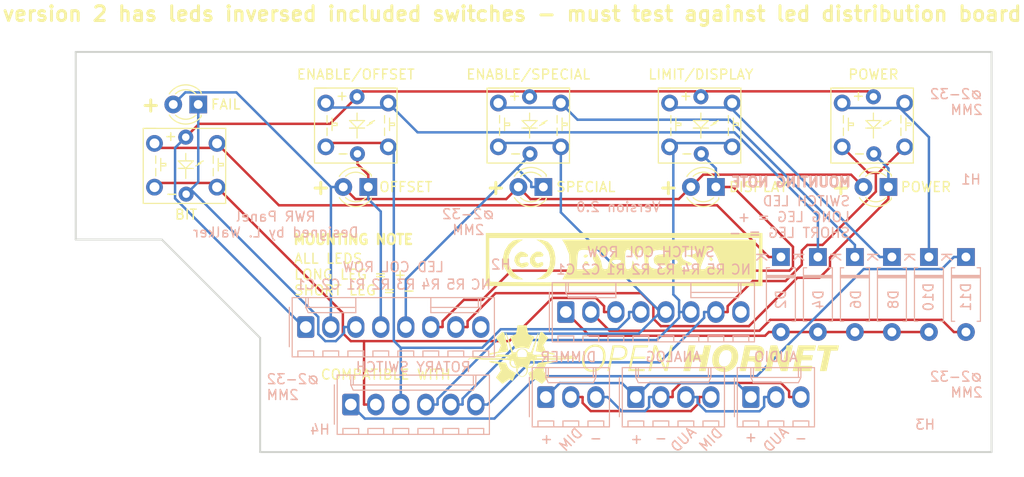
<source format=kicad_pcb>
(kicad_pcb (version 20171130) (host pcbnew "(5.1.5-0-10_14)")
  (title_block (title "ABSIS NANO GENERAL I/O") (date 2017-12-26) (rev -) (company "F/A-18C SIMPIT") (comment 1 "JOHN STEENSEN"))
  (layers (0 F.Cu signal) (31 B.Cu signal) (34 B.Paste user) (35 F.Paste user) (36 B.SilkS user) (37 F.SilkS user) (38 B.Mask user) (39 F.Mask user) (44 Edge.Cuts user))
  (net 0 "")
  (net 1 "Net-(D4-Pad1)")
  (net 2 /Col1)
  (net 3 /Col2)
  (net 4 /Row5)
  (net 5 /Row4)
  (net 6 /Row3)
  (net 7 /Row2)
  (net 8 /Row1)
  (net 9 /AnalogGND)
  (net 10 /AnalogAudio)
  (net 11 /Analog5V)
  (net 12 /AnalogDimmer)
  (net 13 /ledcol2)
  (net 14 /ledrow1)
  (net 15 /ledrow2)
  (net 16 /ledrow3)
  (net 17 "Net-(D6-Pad1)")
  (net 18 /ledrow4)
  (net 19 "Net-(D8-Pad1)")
  (net 20 /ledrow5)
  (net 21 "Net-(D10-Pad1)")
  (net 22 "Net-(D11-Pad1)")
  (net 23 "Net-(J1-Pad8)")
  (net 24 /ledcol1)
  (net 25 "Net-(J6-Pad8)")
  (net 26 "Net-(BIT1-Pad1)")
  (module OH_General:CC-BY-NC-SA-Small (layer F.Cu) (at 156.49575 102.77475)
    (fp_text reference G*** hide)
    (fp_text value LOGO hide)
  )
  (module OH_General:OH_LOGO_37.7mm_5.9mm (layer F.Cu) (at 159.54375 112.42675)
    (fp_text reference G*** hide)
    (fp_text value LOGO hide)
  )
  (module Connector_Molex:Molex_KK-254_AE-6410-08A_1x08_P2.54mm_Vertical (layer B.Cu) (at 150.654 108.109)
    (fp_text reference J6 hide)
    (fp_text value "SWITCH COL ROW" (at 8.63575 -6.09625) (layer B.SilkS) (effects (justify mirror)))
    (pad 8 thru_hole oval (at 17.78 0) (size 1.74 2.19) (drill 1.19) (layers *.Cu *.Mask) (net 25 "Net-(J6-Pad8)"))
    (pad 7 thru_hole oval (at 15.24 0) (size 1.74 2.19) (drill 1.19) (layers *.Cu *.Mask) (net 4 /Row5))
    (pad 6 thru_hole oval (at 12.7 0) (size 1.74 2.19) (drill 1.19) (layers *.Cu *.Mask) (net 5 /Row4))
    (pad 5 thru_hole oval (at 10.16 0) (size 1.74 2.19) (drill 1.19) (layers *.Cu *.Mask) (net 6 /Row3))
    (pad 4 thru_hole oval (at 7.62 0) (size 1.74 2.19) (drill 1.19) (layers *.Cu *.Mask) (net 7 /Row2))
    (pad 3 thru_hole oval (at 5.08 0) (size 1.74 2.19) (drill 1.19) (layers *.Cu *.Mask) (net 8 /Row1))
    (pad 2 thru_hole oval (at 2.54 0) (size 1.74 2.19) (drill 1.19) (layers *.Cu *.Mask) (net 3 /Col2))
    (pad 1 thru_hole roundrect (at 0 0) (size 1.74 2.19) (drill 1.19) (layers *.Cu *.Mask) (roundrect_rratio 0.143678) (net 2 /Col1))
  )
  (module Connector_Molex:Molex_KK-254_AE-6410-04A_1x04_P2.54mm_Vertical (layer B.Cu) (at 157.766 116.745)
    (fp_text reference J5 hide)
    (fp_text value ANALOG (at 3.81 -4.08) (layer B.SilkS) (effects (justify mirror)))
    (pad 4 thru_hole oval (at 7.62 0) (size 1.74 2.19) (drill 1.19) (layers *.Cu *.Mask) (net 12 /AnalogDimmer))
    (pad 3 thru_hole oval (at 5.08 0) (size 1.74 2.19) (drill 1.19) (layers *.Cu *.Mask) (net 10 /AnalogAudio))
    (pad 2 thru_hole oval (at 2.54 0) (size 1.74 2.19) (drill 1.19) (layers *.Cu *.Mask) (net 9 /AnalogGND))
    (pad 1 thru_hole roundrect (at 0 0) (size 1.74 2.19) (drill 1.19) (layers *.Cu *.Mask) (roundrect_rratio 0.143678) (net 11 /Analog5V))
  )
  (module Connector_Molex:Molex_KK-254_AE-6410-06A_1x06_P2.54mm_Vertical (layer B.Cu) (at 128.81 117.507)
    (fp_text reference J4 hide)
    (fp_text value "ROTARY SWITCH" (at 6.34975 -3.81025) (layer B.SilkS) (effects (justify mirror)))
    (pad 6 thru_hole oval (at 12.7 0) (size 1.74 2.19) (drill 1.19) (layers *.Cu *.Mask) (net 4 /Row5))
    (pad 5 thru_hole oval (at 10.16 0) (size 1.74 2.19) (drill 1.19) (layers *.Cu *.Mask) (net 5 /Row4))
    (pad 4 thru_hole oval (at 7.62 0) (size 1.74 2.19) (drill 1.19) (layers *.Cu *.Mask) (net 6 /Row3))
    (pad 3 thru_hole oval (at 5.08 0) (size 1.74 2.19) (drill 1.19) (layers *.Cu *.Mask) (net 7 /Row2))
    (pad 2 thru_hole oval (at 2.54 0) (size 1.74 2.19) (drill 1.19) (layers *.Cu *.Mask) (net 8 /Row1))
    (pad 1 thru_hole roundrect (at 0 0) (size 1.74 2.19) (drill 1.19) (layers *.Cu *.Mask) (roundrect_rratio 0.143678) (net 22 "Net-(D11-Pad1)"))
  )
  (module Connector_Molex:Molex_KK-254_AE-6410-03A_1x03_P2.54mm_Vertical (layer B.Cu) (at 148.622 116.745)
    (fp_text reference J3 hide)
    (fp_text value AUDIO (at 23.36775 -4.08) (layer B.SilkS) (effects (justify mirror)))
    (pad 3 thru_hole oval (at 5.08 0) (size 1.74 2.19) (drill 1.19) (layers *.Cu *.Mask) (net 9 /AnalogGND))
    (pad 2 thru_hole oval (at 2.54 0) (size 1.74 2.19) (drill 1.19) (layers *.Cu *.Mask) (net 12 /AnalogDimmer))
    (pad 1 thru_hole roundrect (at 0 0) (size 1.74 2.19) (drill 1.19) (layers *.Cu *.Mask) (roundrect_rratio 0.143678) (net 11 /Analog5V))
  )
  (module Connector_Molex:Molex_KK-254_AE-6410-03A_1x03_P2.54mm_Vertical (layer B.Cu) (at 169.45 116.745)
    (fp_text reference J2 hide)
    (fp_text value DIMMER (at -18.54225 -4.06425) (layer B.SilkS) (effects (justify mirror)))
    (pad 3 thru_hole oval (at 5.08 0) (size 1.74 2.19) (drill 1.19) (layers *.Cu *.Mask) (net 9 /AnalogGND))
    (pad 2 thru_hole oval (at 2.54 0) (size 1.74 2.19) (drill 1.19) (layers *.Cu *.Mask) (net 10 /AnalogAudio))
    (pad 1 thru_hole roundrect (at 0 0) (size 1.74 2.19) (drill 1.19) (layers *.Cu *.Mask) (roundrect_rratio 0.143678) (net 11 /Analog5V))
  )
  (module Connector_Molex:Molex_KK-254_AE-6410-08A_1x08_P2.54mm_Vertical (layer B.Cu) (at 124.238 109.633)
    (fp_text reference J1 hide)
    (fp_text value "LED COL ROW" (at 8.88975 -6.09625) (layer B.SilkS) (effects (justify mirror)))
    (pad 8 thru_hole oval (at 17.78 0) (size 1.74 2.19) (drill 1.19) (layers *.Cu *.Mask) (net 23 "Net-(J1-Pad8)"))
    (pad 7 thru_hole oval (at 15.24 0) (size 1.74 2.19) (drill 1.19) (layers *.Cu *.Mask) (net 20 /ledrow5))
    (pad 6 thru_hole oval (at 12.7 0) (size 1.74 2.19) (drill 1.19) (layers *.Cu *.Mask) (net 18 /ledrow4))
    (pad 5 thru_hole oval (at 10.16 0) (size 1.74 2.19) (drill 1.19) (layers *.Cu *.Mask) (net 16 /ledrow3))
    (pad 4 thru_hole oval (at 7.62 0) (size 1.74 2.19) (drill 1.19) (layers *.Cu *.Mask) (net 15 /ledrow2))
    (pad 3 thru_hole oval (at 5.08 0) (size 1.74 2.19) (drill 1.19) (layers *.Cu *.Mask) (net 14 /ledrow1))
    (pad 2 thru_hole oval (at 2.54 0) (size 1.74 2.19) (drill 1.19) (layers *.Cu *.Mask) (net 13 /ledcol2))
    (pad 1 thru_hole roundrect (at 0 0) (size 1.74 2.19) (drill 1.19) (layers *.Cu *.Mask) (roundrect_rratio 0.143678) (net 24 /ledcol1))
  )
  (module Diode_THT:D_A-405_P7.62mm_Horizontal (layer B.Cu) (at 191.294 102.521 270)
    (fp_text reference D11 (at 4.06375 0.00025 90) (layer B.SilkS) (effects (justify mirror)))
    (fp_text value D)
    (fp_text user K (at 0 1.9 90) (layer B.SilkS) (effects (justify mirror)))
    (pad 2 thru_hole oval (at 7.62 0 270) (size 1.8 1.8) (drill 0.9) (layers *.Cu *.Mask) (net 3 /Col2))
    (pad 1 thru_hole rect (at 0 0 270) (size 1.8 1.8) (drill 0.9) (layers *.Cu *.Mask) (net 22 "Net-(D11-Pad1)"))
  )
  (module Diode_THT:D_A-405_P7.62mm_Horizontal (layer B.Cu) (at 187.535 102.521 270)
    (fp_text reference D10 (at 4.06375 0.05125 90) (layer B.SilkS) (effects (justify mirror)))
    (fp_text value D)
    (fp_text user K (at 0 1.9 90) (layer B.SilkS) (effects (justify mirror)))
    (pad 2 thru_hole oval (at 7.62 0 270) (size 1.8 1.8) (drill 0.9) (layers *.Cu *.Mask) (net 2 /Col1))
    (pad 1 thru_hole rect (at 0 0 270) (size 1.8 1.8) (drill 0.9) (layers *.Cu *.Mask) (net 21 "Net-(D10-Pad1)"))
  )
  (module LED_THT:LED_D3.0mm (layer F.Cu) (at 183.42 95.4088 180)
    (fp_text reference D9 hide)
    (fp_text value POWER (at -3.81 0) (layer F.SilkS))
    (pad 2 thru_hole circle (at 2.54 0 180) (size 1.8 1.8) (drill 0.9) (layers *.Cu *.Mask) (net 13 /ledcol2))
    (pad 1 thru_hole rect (at 0 0 180) (size 1.8 1.8) (drill 0.9) (layers *.Cu *.Mask) (net 20 /ledrow5))
  )
  (module Diode_THT:D_A-405_P7.62mm_Horizontal (layer B.Cu) (at 183.775 102.521 270)
    (fp_text reference D8 (at 4.31775 -0.15275 270) (layer B.SilkS) (effects (justify mirror)))
    (fp_text value D)
    (fp_text user K (at 0 1.9 270) (layer B.SilkS) (effects (justify mirror)))
    (pad 2 thru_hole oval (at 7.62 0 270) (size 1.8 1.8) (drill 0.9) (layers *.Cu *.Mask) (net 2 /Col1))
    (pad 1 thru_hole rect (at 0 0 270) (size 1.8 1.8) (drill 0.9) (layers *.Cu *.Mask) (net 19 "Net-(D8-Pad1)"))
  )
  (module LED_THT:LED_D3.0mm (layer F.Cu) (at 165.894 95.4088 180)
    (fp_text reference D7 hide)
    (fp_text value DISPLAY (at -4.318 0) (layer F.SilkS))
    (pad 2 thru_hole circle (at 2.54 0 180) (size 1.8 1.8) (drill 0.9) (layers *.Cu *.Mask) (net 13 /ledcol2))
    (pad 1 thru_hole rect (at 0 0 180) (size 1.8 1.8) (drill 0.9) (layers *.Cu *.Mask) (net 18 /ledrow4))
  )
  (module Diode_THT:D_A-405_P7.62mm_Horizontal (layer B.Cu) (at 180.016 102.521 270)
    (fp_text reference D6 (at 4.31775 -0.10175 270) (layer B.SilkS) (effects (justify mirror)))
    (fp_text value D)
    (fp_text user K (at 0 1.9 270) (layer B.SilkS) (effects (justify mirror)))
    (pad 2 thru_hole oval (at 7.62 0 270) (size 1.8 1.8) (drill 0.9) (layers *.Cu *.Mask) (net 2 /Col1))
    (pad 1 thru_hole rect (at 0 0 270) (size 1.8 1.8) (drill 0.9) (layers *.Cu *.Mask) (net 17 "Net-(D6-Pad1)"))
  )
  (module LED_THT:LED_D3.0mm (layer F.Cu) (at 148.368 95.4088 180)
    (fp_text reference D5 hide)
    (fp_text value SPECIAL (at -4.318 0) (layer F.SilkS))
    (pad 2 thru_hole circle (at 2.54 0 180) (size 1.8 1.8) (drill 0.9) (layers *.Cu *.Mask) (net 13 /ledcol2))
    (pad 1 thru_hole rect (at 0 0 180) (size 1.8 1.8) (drill 0.9) (layers *.Cu *.Mask) (net 16 /ledrow3))
  )
  (module Diode_THT:D_A-405_P7.62mm_Horizontal (layer B.Cu) (at 176.257 102.521 270)
    (fp_text reference D4 (at 4.31775 -0.05075 270) (layer B.SilkS) (effects (justify mirror)))
    (fp_text value D)
    (fp_text user K (at 0 1.9 270) (layer B.SilkS) (effects (justify mirror)))
    (pad 2 thru_hole oval (at 7.62 0 270) (size 1.8 1.8) (drill 0.9) (layers *.Cu *.Mask) (net 2 /Col1))
    (pad 1 thru_hole rect (at 0 0 270) (size 1.8 1.8) (drill 0.9) (layers *.Cu *.Mask) (net 1 "Net-(D4-Pad1)"))
  )
  (module LED_THT:LED_D3.0mm (layer F.Cu) (at 130.588 95.4088 180)
    (fp_text reference D3 hide)
    (fp_text value OFFSET (at -3.81 0) (layer F.SilkS))
    (pad 2 thru_hole circle (at 2.54 0 180) (size 1.8 1.8) (drill 0.9) (layers *.Cu *.Mask) (net 13 /ledcol2))
    (pad 1 thru_hole rect (at 0 0 180) (size 1.8 1.8) (drill 0.9) (layers *.Cu *.Mask) (net 15 /ledrow2))
  )
  (module Diode_THT:D_A-405_P7.62mm_Horizontal (layer B.Cu) (at 172.498 102.521 270)
    (fp_text reference D2 (at 4.31775 0.00025 270) (layer B.SilkS) (effects (justify mirror)))
    (fp_text value D)
    (fp_text user K (at 0 1.9 270) (layer B.SilkS) (effects (justify mirror)))
    (pad 2 thru_hole oval (at 7.62 0 270) (size 1.8 1.8) (drill 0.9) (layers *.Cu *.Mask) (net 2 /Col1))
    (pad 1 thru_hole rect (at 0 0 270) (size 1.8 1.8) (drill 0.9) (layers *.Cu *.Mask) (net 26 "Net-(BIT1-Pad1)"))
  )
  (module LED_THT:LED_D3.0mm (layer F.Cu) (at 113.316 87.0268 180)
    (fp_text reference D1 hide)
    (fp_text value FAIL (at -2.794 0) (layer F.SilkS))
    (pad 2 thru_hole circle (at 2.54 0 180) (size 1.8 1.8) (drill 0.9) (layers *.Cu *.Mask) (net 13 /ledcol2))
    (pad 1 thru_hole rect (at 0 0 180) (size 1.8 1.8) (drill 0.9) (layers *.Cu *.Mask) (net 14 /ledrow1))
  )
  (module PT_Library_v001:PT_Small_Tactile_Switch_With_LED (layer F.Cu) (at 181.896 89.1678)
    (fp_text reference POWER (at -0.00025 -5.18905) (layer F.SilkS))
    (fp_text value PT_Tactile_Switch_Led)
    (fp_text user - (at -1.42 2.81) (layer F.SilkS))
    (fp_text user + (at -1.524 -3.048) (layer F.SilkS))
    (pad 6 thru_hole circle (at 0.04 2.87) (size 1.524 1.524) (drill 0.762) (layers *.Cu *.Mask) (net 20 /ledrow5))
    (pad 5 thru_hole circle (at 0 -2.921) (size 1.524 1.524) (drill 0.762) (layers *.Cu *.Mask) (net 24 /ledcol1))
    (pad 4 thru_hole circle (at 3.175 2.159) (size 1.7 1.7) (drill 1) (layers *.Cu *.Mask) (net 4 /Row5))
    (pad 3 thru_hole circle (at -3.175 2.159) (size 1.7 1.7) (drill 1) (layers *.Cu *.Mask) (net 4 /Row5))
    (pad 2 thru_hole circle (at 3.175 -2.286) (size 1.7 1.7) (drill 1) (layers *.Cu *.Mask) (net 21 "Net-(D10-Pad1)"))
    (pad 1 thru_hole circle (at -3.175 -2.286) (size 1.7 1.7) (drill 1) (layers *.Cu *.Mask) (net 21 "Net-(D10-Pad1)"))
  )
  (module PT_Library_v001:PT_Small_Tactile_Switch_With_LED (layer F.Cu) (at 164.37 89.1678)
    (fp_text reference LIMIT/DISPLAY (at -0.00025 -5.18905) (layer F.SilkS))
    (fp_text value PT_Tactile_Switch_Led)
    (fp_text user - (at -1.42 2.81) (layer F.SilkS))
    (fp_text user + (at -1.524 -3.048) (layer F.SilkS))
    (pad 6 thru_hole circle (at 0.04 2.87) (size 1.524 1.524) (drill 0.762) (layers *.Cu *.Mask) (net 18 /ledrow4))
    (pad 5 thru_hole circle (at 0 -2.921) (size 1.524 1.524) (drill 0.762) (layers *.Cu *.Mask) (net 24 /ledcol1))
    (pad 4 thru_hole circle (at 3.175 2.159) (size 1.7 1.7) (drill 1) (layers *.Cu *.Mask) (net 5 /Row4))
    (pad 3 thru_hole circle (at -3.175 2.159) (size 1.7 1.7) (drill 1) (layers *.Cu *.Mask) (net 5 /Row4))
    (pad 2 thru_hole circle (at 3.175 -2.286) (size 1.7 1.7) (drill 1) (layers *.Cu *.Mask) (net 19 "Net-(D8-Pad1)"))
    (pad 1 thru_hole circle (at -3.175 -2.286) (size 1.7 1.7) (drill 1) (layers *.Cu *.Mask) (net 19 "Net-(D8-Pad1)"))
  )
  (module PT_Library_v001:PT_Small_Tactile_Switch_With_LED (layer F.Cu) (at 146.971 89.1678)
    (fp_text reference ENABLE/SPECIAL (at -0.12725 -5.18905) (layer F.SilkS))
    (fp_text value PT_Tactile_Switch_Led)
    (fp_text user - (at -1.42 2.81) (layer F.SilkS))
    (fp_text user + (at -1.524 -3.048) (layer F.SilkS))
    (pad 6 thru_hole circle (at 0.04 2.87) (size 1.524 1.524) (drill 0.762) (layers *.Cu *.Mask) (net 16 /ledrow3))
    (pad 5 thru_hole circle (at 0 -2.921) (size 1.524 1.524) (drill 0.762) (layers *.Cu *.Mask) (net 24 /ledcol1))
    (pad 4 thru_hole circle (at 3.175 2.159) (size 1.7 1.7) (drill 1) (layers *.Cu *.Mask) (net 6 /Row3))
    (pad 3 thru_hole circle (at -3.175 2.159) (size 1.7 1.7) (drill 1) (layers *.Cu *.Mask) (net 6 /Row3))
    (pad 2 thru_hole circle (at 3.175 -2.286) (size 1.7 1.7) (drill 1) (layers *.Cu *.Mask) (net 17 "Net-(D6-Pad1)"))
    (pad 1 thru_hole circle (at -3.175 -2.286) (size 1.7 1.7) (drill 1) (layers *.Cu *.Mask) (net 17 "Net-(D6-Pad1)"))
  )
  (module PT_Library_v001:PT_Small_Tactile_Switch_With_LED (layer F.Cu) (at 129.445 89.1678)
    (fp_text reference ENABLE/OFFSET (at -0.12725 -5.18905) (layer F.SilkS))
    (fp_text value PT_Tactile_Switch_Led)
    (fp_text user - (at -1.42 2.81) (layer F.SilkS))
    (fp_text user + (at -1.524 -3.048) (layer F.SilkS))
    (pad 6 thru_hole circle (at 0.04 2.87) (size 1.524 1.524) (drill 0.762) (layers *.Cu *.Mask) (net 15 /ledrow2))
    (pad 5 thru_hole circle (at 0 -2.921) (size 1.524 1.524) (drill 0.762) (layers *.Cu *.Mask) (net 24 /ledcol1))
    (pad 4 thru_hole circle (at 3.175 2.159) (size 1.7 1.7) (drill 1) (layers *.Cu *.Mask) (net 7 /Row2))
    (pad 3 thru_hole circle (at -3.175 2.159) (size 1.7 1.7) (drill 1) (layers *.Cu *.Mask) (net 7 /Row2))
    (pad 2 thru_hole circle (at 3.175 -2.286) (size 1.7 1.7) (drill 1) (layers *.Cu *.Mask) (net 1 "Net-(D4-Pad1)"))
    (pad 1 thru_hole circle (at -3.175 -2.286) (size 1.7 1.7) (drill 1) (layers *.Cu *.Mask) (net 1 "Net-(D4-Pad1)"))
  )
  (module PT_Library_v001:PT_Small_Tactile_Switch_With_LED (layer F.Cu) (at 112.046 93.2678)
    (fp_text reference BIT (at 0.02515 4.93495) (layer F.SilkS))
    (fp_text value PT_Tactile_Switch_Led)
    (fp_text user - (at -1.42 2.81) (layer F.SilkS))
    (fp_text user + (at -1.524 -3.048) (layer F.SilkS))
    (pad 6 thru_hole circle (at 0.04 2.87) (size 1.524 1.524) (drill 0.762) (layers *.Cu *.Mask) (net 14 /ledrow1))
    (pad 5 thru_hole circle (at 0 -2.921) (size 1.524 1.524) (drill 0.762) (layers *.Cu *.Mask) (net 24 /ledcol1))
    (pad 4 thru_hole circle (at 3.175 2.159) (size 1.7 1.7) (drill 1) (layers *.Cu *.Mask) (net 8 /Row1))
    (pad 3 thru_hole circle (at -3.175 2.159) (size 1.7 1.7) (drill 1) (layers *.Cu *.Mask) (net 8 /Row1))
    (pad 2 thru_hole circle (at 3.175 -2.286) (size 1.7 1.7) (drill 1) (layers *.Cu *.Mask) (net 26 "Net-(BIT1-Pad1)"))
    (pad 1 thru_hole circle (at -3.175 -2.286) (size 1.7 1.7) (drill 1) (layers *.Cu *.Mask) (net 26 "Net-(BIT1-Pad1)"))
  )
  (module MountingHole:MountingHole_2.5mm (layer F.Cu) (at 191.802 91.2178 270)
    (fp_text reference P3 hide)
    (fp_text value CONN_01X01)
    (pad 1 np_thru_hole circle (at 0 0 270) (size 2.5 2.5) (drill 2.5) (layers *.Cu *.Mask))
  )
  (module MountingHole:MountingHole_2.5mm (layer F.Cu) (at 191.484 119.92 270)
    (fp_text reference P5 hide)
    (fp_text value CONN_01X01)
    (pad 1 np_thru_hole circle (at 0 0 270) (size 2.5 2.5) (drill 2.5) (layers *.Cu *.Mask))
  )
  (module MountingHole:MountingHole_2.5mm (layer F.Cu) (at 121.952 119.92 270)
    (fp_text reference P4 hide)
    (fp_text value CONN_01X01)
    (pad 1 np_thru_hole circle (at 0 0 270) (size 2.5 2.5) (drill 2.5) (layers *.Cu *.Mask))
  )
  (module MountingHole:MountingHole_2.5mm (layer F.Cu) (at 140.875 103.156 270)
    (fp_text reference P6)
    (fp_text value CONN_01X01)
    (pad 1 np_thru_hole circle (at 0 0 270) (size 2.5 2.5) (drill 2.5) (layers *.Cu *.Mask))
  )
  (gr_text "version 2 has leds inversed included switches - must test against led distribution board" (at 145.19275 77.81925) (layer F.SilkS) (effects (font (size 1.5 1.5) (thickness 0.3))))
  (gr_text "Version 2.0" (at 155.98775 97.44075) (layer B.SilkS) (effects (font (size 1 1)) (justify mirror)))
  (gr_text "ALL LEDS\nLONG LEG = +\nSHORT LEG = -" (at 122.96775 104.29875) (layer F.SilkS) (effects (font (size 1 1)) (justify left)))
  (gr_text "MOUNTING NOTE" (at 129.06375 100.74275) (layer F.SilkS) (effects (font (size 1 1) (thickness 0.25))))
  (gr_text "SWITCH LED\nLONG LEG = +\nSHORT LEG = -" (at 179.60975 98.45675) (layer B.SilkS) (effects (font (size 1 1)) (justify left mirror)))
  (gr_text "MOUNTING NOTE" (at 173.51375 94.90075) (layer B.SilkS) (effects (font (size 1 1) (thickness 0.25)) (justify mirror)))
  (gr_text "RWR Panel\nDesigned by L. Walker" (at 121.18975 99.21875) (layer B.SilkS) (effects (font (size 1 1)) (justify mirror)))
  (gr_text "COMPATIBLE WITH" (at 132.36575 114.45875) (layer F.SilkS) (effects (font (size 1 1))))
  (gr_text H4 (at 126.77775 120.04675) (layer B.SilkS) (effects (font (size 1 1)) (justify left mirror)))
  (gr_text H3 (at 188.24575 119.53875) (layer B.SilkS) (effects (font (size 1 1)) (justify left mirror)))
  (gr_text "⌀2-32\n2MM" (at 140.74775 98.96475) (layer B.SilkS) (effects (font (size 1 1)) (justify mirror)))
  (gr_text "⌀2-32\n2MM" (at 120.17375 115.72875) (layer B.SilkS) (effects (font (size 1 1)) (justify right mirror)))
  (gr_text "⌀2-32\n2MM" (at 193.07175 115.47475) (layer B.SilkS) (effects (font (size 1 1)) (justify left mirror)))
  (gr_text H2 (at 144.04975 103.28275) (layer B.SilkS) (effects (font (size 1 1)) (justify mirror)))
  (gr_text "⌀2-32\n2MM" (at 193.07175 86.77275) (layer B.SilkS) (effects (font (size 1 1)) (justify left mirror)))
  (gr_text H1 (at 191.80175 94.64675) (layer B.SilkS) (effects (font (size 1 1)) (justify mirror)))
  (gr_text C2 (at 126.77775 105.31475) (layer B.SilkS) (effects (font (size 1 1)) (justify mirror)))
  (gr_text C1 (at 124.23775 105.31475) (layer B.SilkS) (effects (font (size 1 1)) (justify mirror)))
  (gr_text NC (at 142.01775 105.31475) (layer B.SilkS) (effects (font (size 1 1)) (justify mirror)))
  (gr_text R4 (at 136.93775 105.31475) (layer B.SilkS) (effects (font (size 1 1)) (justify mirror)))
  (gr_text R5 (at 139.47775 105.31475) (layer B.SilkS) (effects (font (size 1 1)) (justify mirror)))
  (gr_text R2 (at 131.85775 105.31475) (layer B.SilkS) (effects (font (size 1 1)) (justify mirror)))
  (gr_text R3 (at 134.39775 105.31475) (layer B.SilkS) (effects (font (size 1 1)) (justify mirror)))
  (gr_text R1 (at 129.31775 105.31475) (layer B.SilkS) (effects (font (size 1 1)) (justify mirror)))
  (gr_text - (at 174.52975 121.06275 180) (layer B.SilkS) (effects (font (size 1 1)) (justify mirror)))
  (gr_text AUD (at 171.98975 121.06275 45) (layer B.SilkS) (effects (font (size 1 1)) (justify mirror)))
  (gr_text + (at 169.44975 120.80875) (layer B.SilkS) (effects (font (size 1 1)) (justify mirror)))
  (gr_text DIM (at 165.38575 121.06275 45) (layer B.SilkS) (effects (font (size 1 1)) (justify mirror)))
  (gr_text AUD (at 162.59175 121.06275 45) (layer B.SilkS) (effects (font (size 1 1)) (justify mirror)))
  (gr_text - (at 160.30575 121.06275 180) (layer B.SilkS) (effects (font (size 1 1)) (justify mirror)))
  (gr_text + (at 157.76575 121.06275 90) (layer B.SilkS) (effects (font (size 1 1)) (justify mirror)))
  (gr_text - (at 153.70175 121.06275 180) (layer B.SilkS) (effects (font (size 1 1)) (justify mirror)))
  (gr_text DIM (at 151.16175 121.06275 45) (layer B.SilkS) (effects (font (size 1 1)) (justify mirror)))
  (gr_text + (at 148.62175 121.06275 90) (layer B.SilkS) (effects (font (size 1 1)) (justify mirror)))
  (gr_text NC (at 168.43375 103.79075) (layer B.SilkS) (effects (font (size 1 1)) (justify mirror)))
  (gr_text R5 (at 165.89375 103.79075) (layer B.SilkS) (effects (font (size 1 1)) (justify mirror)))
  (gr_text R4 (at 163.35375 103.79075) (layer B.SilkS) (effects (font (size 1 1)) (justify mirror)))
  (gr_text R3 (at 160.81375 103.79075) (layer B.SilkS) (effects (font (size 1 1)) (justify mirror)))
  (gr_text R2 (at 158.27375 103.79075) (layer B.SilkS) (effects (font (size 1 1)) (justify mirror)))
  (gr_text R1 (at 155.73375 103.79075) (layer B.SilkS) (effects (font (size 1 1)) (justify mirror)))
  (gr_text C2 (at 153.19375 103.79075) (layer B.SilkS) (effects (font (size 1 1)) (justify mirror)))
  (gr_text C1 (at 150.65375 103.79075) (layer B.SilkS) (effects (font (size 1 1)) (justify mirror)))
  (gr_text + (at 108.48975 87.02675) (layer F.SilkS) (effects (font (size 1.5 1.5) (thickness 0.3))))
  (gr_text + (at 125.76175 95.40875) (layer F.SilkS) (effects (font (size 1.5 1.5) (thickness 0.3))))
  (gr_text + (at 143.54175 95.40875) (layer F.SilkS) (effects (font (size 1.5 1.5) (thickness 0.3))))
  (gr_text + (at 161.06775 95.40875) (layer F.SilkS) (effects (font (size 1.5 1.5) (thickness 0.3))))
  (gr_text + (at 178.59375 95.40875) (layer F.SilkS) (effects (font (size 1.5 1.5) (thickness 0.3))))
  (gr_line (start 100.86975 81.69275) (end 193.89725 81.69275) (layer Edge.Cuts) (width 0.2))
  (gr_line (start 100.86975 100.74275) (end 100.86975 81.69275) (layer Edge.Cuts) (width 0.2))
  (gr_line (start 109.60225 100.74275) (end 100.86975 100.74275) (layer Edge.Cuts) (width 0.2))
  (gr_line (start 193.89725 122.33275) (end 119.60225 122.33275) (layer Edge.Cuts) (width 0.2))
  (gr_line (start 119.60225 122.33275) (end 119.60225 110.74275) (layer Edge.Cuts) (width 0.2))
  (gr_line (start 193.89725 81.69275) (end 193.89725 122.33275) (layer Edge.Cuts) (width 0.2))
  (gr_line (start 109.60225 100.74275) (end 119.60225 110.74275) (layer Edge.Cuts) (width 0.2))
  (segment (start 132.62 86.8818) (end 135.5971 89.8589) (width 0.25) (layer B.Cu) (net 1))
  (segment (start 135.5971 89.8589) (end 167.7774 89.8589) (width 0.25) (layer B.Cu) (net 1))
  (segment (start 167.7774 89.8589) (end 176.257 98.3385) (width 0.25) (layer B.Cu) (net 1))
  (segment (start 176.257 98.3385) (end 176.257 102.521) (width 0.25) (layer B.Cu) (net 1))
  (segment (start 126.27 86.8818) (end 126.7261 87.3379) (width 0.25) (layer B.Cu) (net 1))
  (segment (start 126.7261 87.3379) (end 132.1639 87.3379) (width 0.25) (layer B.Cu) (net 1))
  (segment (start 132.1639 87.3379) (end 132.62 86.8818) (width 0.25) (layer B.Cu) (net 1))
  (segment (start 172.498 110.141) (end 171.2727 110.141) (width 0.25) (layer F.Cu) (net 2))
  (segment (start 171.2727 110.141) (end 170.892 110.5217) (width 0.25) (layer F.Cu) (net 2))
  (segment (start 170.892 110.5217) (end 153.0667 110.5217) (width 0.25) (layer F.Cu) (net 2))
  (segment (start 153.0667 110.5217) (end 150.654 108.109) (width 0.25) (layer F.Cu) (net 2))
  (segment (start 176.257 110.141) (end 172.498 110.141) (width 0.25) (layer F.Cu) (net 2))
  (segment (start 183.775 110.141) (end 187.535 110.141) (width 0.25) (layer F.Cu) (net 2))
  (segment (start 180.016 110.141) (end 183.775 110.141) (width 0.25) (layer F.Cu) (net 2))
  (segment (start 176.257 110.141) (end 180.016 110.141) (width 0.25) (layer F.Cu) (net 2))
  (segment (start 191.294 110.141) (end 190.0687 110.141) (width 0.25) (layer F.Cu) (net 3))
  (segment (start 190.0687 110.141) (end 188.8315 108.9038) (width 0.25) (layer F.Cu) (net 3))
  (segment (start 188.8315 108.9038) (end 171.4254 108.9038) (width 0.25) (layer F.Cu) (net 3))
  (segment (start 171.4254 108.9038) (end 170.3187 110.0105) (width 0.25) (layer F.Cu) (net 3))
  (segment (start 170.3187 110.0105) (end 155.0955 110.0105) (width 0.25) (layer F.Cu) (net 3))
  (segment (start 155.0955 110.0105) (end 153.194 108.109) (width 0.25) (layer F.Cu) (net 3))
  (segment (start 164.6987 108.109) (end 164.6987 108.6971) (width 0.25) (layer B.Cu) (net 4))
  (segment (start 164.6987 108.6971) (end 160.1747 113.2211) (width 0.25) (layer B.Cu) (net 4))
  (segment (start 160.1747 113.2211) (end 146.9911 113.2211) (width 0.25) (layer B.Cu) (net 4))
  (segment (start 146.9911 113.2211) (end 146.9911 113.2212) (width 0.25) (layer B.Cu) (net 4))
  (segment (start 146.9911 113.2212) (end 142.7053 117.507) (width 0.25) (layer B.Cu) (net 4))
  (segment (start 141.51 117.507) (end 142.7053 117.507) (width 0.25) (layer B.Cu) (net 4))
  (segment (start 165.894 108.109) (end 164.6987 108.109) (width 0.25) (layer B.Cu) (net 4))
  (segment (start 182.1433 93.9779) (end 182.4199 93.9779) (width 0.25) (layer F.Cu) (net 4))
  (segment (start 182.4199 93.9779) (end 185.071 91.3268) (width 0.25) (layer F.Cu) (net 4))
  (segment (start 178.721 91.3268) (end 181.3721 93.9779) (width 0.25) (layer F.Cu) (net 4))
  (segment (start 181.3721 93.9779) (end 182.1433 93.9779) (width 0.25) (layer F.Cu) (net 4))
  (segment (start 167.0893 108.109) (end 167.0893 107.5113) (width 0.25) (layer F.Cu) (net 4))
  (segment (start 167.0893 107.5113) (end 169.6406 104.96) (width 0.25) (layer F.Cu) (net 4))
  (segment (start 169.6406 104.96) (end 172.9783 104.96) (width 0.25) (layer F.Cu) (net 4))
  (segment (start 172.9783 104.96) (end 174.624 103.3143) (width 0.25) (layer F.Cu) (net 4))
  (segment (start 174.624 103.3143) (end 174.624 101.8587) (width 0.25) (layer F.Cu) (net 4))
  (segment (start 174.624 101.8587) (end 175.1871 101.2956) (width 0.25) (layer F.Cu) (net 4))
  (segment (start 175.1871 101.2956) (end 176.7288 101.2956) (width 0.25) (layer F.Cu) (net 4))
  (segment (start 176.7288 101.2956) (end 182.1433 95.8811) (width 0.25) (layer F.Cu) (net 4))
  (segment (start 182.1433 95.8811) (end 182.1433 93.9779) (width 0.25) (layer F.Cu) (net 4))
  (segment (start 165.894 108.109) (end 167.0893 108.109) (width 0.25) (layer F.Cu) (net 4))
  (segment (start 140.1653 117.507) (end 140.1653 116.9094) (width 0.25) (layer B.Cu) (net 5))
  (segment (start 140.1653 116.9094) (end 146.1222 110.9525) (width 0.25) (layer B.Cu) (net 5))
  (segment (start 146.1222 110.9525) (end 159.8917 110.9525) (width 0.25) (layer B.Cu) (net 5))
  (segment (start 159.8917 110.9525) (end 162.1587 108.6855) (width 0.25) (layer B.Cu) (net 5))
  (segment (start 162.1587 108.6855) (end 162.1587 108.109) (width 0.25) (layer B.Cu) (net 5))
  (segment (start 138.97 117.507) (end 140.1653 117.507) (width 0.25) (layer B.Cu) (net 5))
  (segment (start 161.5714 91.3268) (end 161.5714 106.3264) (width 0.25) (layer B.Cu) (net 5))
  (segment (start 161.5714 106.3264) (end 162.1587 106.9137) (width 0.25) (layer B.Cu) (net 5))
  (segment (start 162.1587 106.9137) (end 162.1587 108.109) (width 0.25) (layer B.Cu) (net 5))
  (segment (start 167.545 91.3268) (end 167.1686 90.9504) (width 0.25) (layer B.Cu) (net 5))
  (segment (start 167.1686 90.9504) (end 161.9478 90.9504) (width 0.25) (layer B.Cu) (net 5))
  (segment (start 161.9478 90.9504) (end 161.5714 91.3268) (width 0.25) (layer B.Cu) (net 5))
  (segment (start 161.5714 91.3268) (end 161.195 91.3268) (width 0.25) (layer B.Cu) (net 5))
  (segment (start 163.354 108.109) (end 162.1587 108.109) (width 0.25) (layer B.Cu) (net 5))
  (segment (start 160.2659 108.1061) (end 158.0651 110.3069) (width 0.25) (layer B.Cu) (net 6))
  (segment (start 158.0651 110.3069) (end 144.2545 110.3069) (width 0.25) (layer B.Cu) (net 6))
  (segment (start 144.2545 110.3069) (end 137.6253 116.9361) (width 0.25) (layer B.Cu) (net 6))
  (segment (start 137.6253 116.9361) (end 137.6253 117.507) (width 0.25) (layer B.Cu) (net 6))
  (segment (start 150.146 91.3268) (end 150.146 97.9862) (width 0.25) (layer B.Cu) (net 6))
  (segment (start 150.146 97.9862) (end 160.2659 108.1061) (width 0.25) (layer B.Cu) (net 6))
  (segment (start 160.2659 108.1061) (end 160.3396 108.1061) (width 0.25) (layer B.Cu) (net 6))
  (segment (start 160.3396 108.1061) (end 160.3425 108.109) (width 0.25) (layer B.Cu) (net 6))
  (segment (start 136.43 117.507) (end 137.6253 117.507) (width 0.25) (layer B.Cu) (net 6))
  (segment (start 160.814 108.109) (end 160.3425 108.109) (width 0.25) (layer B.Cu) (net 6))
  (segment (start 143.796 91.3268) (end 144.1827 90.9401) (width 0.25) (layer B.Cu) (net 6))
  (segment (start 144.1827 90.9401) (end 149.7593 90.9401) (width 0.25) (layer B.Cu) (net 6))
  (segment (start 149.7593 90.9401) (end 150.146 91.3268) (width 0.25) (layer B.Cu) (net 6))
  (segment (start 133.89 111.7438) (end 142.1539 111.7438) (width 0.25) (layer B.Cu) (net 7))
  (segment (start 142.1539 111.7438) (end 144.0412 109.8565) (width 0.25) (layer B.Cu) (net 7))
  (segment (start 144.0412 109.8565) (end 155.9288 109.8565) (width 0.25) (layer B.Cu) (net 7))
  (segment (start 155.9288 109.8565) (end 157.0787 108.7066) (width 0.25) (layer B.Cu) (net 7))
  (segment (start 157.0787 108.7066) (end 157.0787 108.109) (width 0.25) (layer B.Cu) (net 7))
  (segment (start 132.62 91.3268) (end 133.1796 91.8864) (width 0.25) (layer B.Cu) (net 7))
  (segment (start 133.1796 91.8864) (end 133.1796 111.0334) (width 0.25) (layer B.Cu) (net 7))
  (segment (start 133.1796 111.0334) (end 133.89 111.7438) (width 0.25) (layer B.Cu) (net 7))
  (segment (start 133.89 111.7438) (end 133.89 116.0867) (width 0.25) (layer B.Cu) (net 7))
  (segment (start 158.274 108.109) (end 157.0787 108.109) (width 0.25) (layer B.Cu) (net 7))
  (segment (start 133.89 117.507) (end 133.89 116.0867) (width 0.25) (layer B.Cu) (net 7))
  (segment (start 126.27 91.3268) (end 126.6606 90.9362) (width 0.25) (layer F.Cu) (net 7))
  (segment (start 126.6606 90.9362) (end 132.2294 90.9362) (width 0.25) (layer F.Cu) (net 7))
  (segment (start 132.2294 90.9362) (end 132.62 91.3268) (width 0.25) (layer F.Cu) (net 7))
  (segment (start 155.734 108.109) (end 154.5387 108.109) (width 0.25) (layer F.Cu) (net 8))
  (segment (start 130.1547 111.0645) (end 144.9002 111.0645) (width 0.25) (layer F.Cu) (net 8))
  (segment (start 144.9002 111.0645) (end 149.2867 106.678) (width 0.25) (layer F.Cu) (net 8))
  (segment (start 149.2867 106.678) (end 153.7053 106.678) (width 0.25) (layer F.Cu) (net 8))
  (segment (start 153.7053 106.678) (end 154.5387 107.5114) (width 0.25) (layer F.Cu) (net 8))
  (segment (start 154.5387 107.5114) (end 154.5387 108.109) (width 0.25) (layer F.Cu) (net 8))
  (segment (start 115.221 95.4268) (end 128.0059 108.2117) (width 0.25) (layer F.Cu) (net 8))
  (segment (start 128.0059 108.2117) (end 128.0059 110.2588) (width 0.25) (layer F.Cu) (net 8))
  (segment (start 128.0059 110.2588) (end 128.8116 111.0645) (width 0.25) (layer F.Cu) (net 8))
  (segment (start 128.8116 111.0645) (end 130.1547 111.0645) (width 0.25) (layer F.Cu) (net 8))
  (segment (start 130.1547 117.507) (end 130.1547 111.0645) (width 0.25) (layer F.Cu) (net 8))
  (segment (start 131.35 117.507) (end 130.1547 117.507) (width 0.25) (layer F.Cu) (net 8))
  (segment (start 108.871 95.4268) (end 109.2979 94.9999) (width 0.25) (layer F.Cu) (net 8))
  (segment (start 109.2979 94.9999) (end 114.7941 94.9999) (width 0.25) (layer F.Cu) (net 8))
  (segment (start 114.7941 94.9999) (end 115.221 95.4268) (width 0.25) (layer F.Cu) (net 8))
  (segment (start 160.306 116.745) (end 161.5013 116.745) (width 0.25) (layer F.Cu) (net 9))
  (segment (start 174.53 116.745) (end 173.3347 116.745) (width 0.25) (layer F.Cu) (net 9))
  (segment (start 173.3347 116.745) (end 173.3347 116.1474) (width 0.25) (layer F.Cu) (net 9))
  (segment (start 173.3347 116.1474) (end 172.5037 115.3164) (width 0.25) (layer F.Cu) (net 9))
  (segment (start 172.5037 115.3164) (end 162.3322 115.3164) (width 0.25) (layer F.Cu) (net 9))
  (segment (start 162.3322 115.3164) (end 161.5013 116.1473) (width 0.25) (layer F.Cu) (net 9))
  (segment (start 161.5013 116.1473) (end 161.5013 116.745) (width 0.25) (layer F.Cu) (net 9))
  (segment (start 160.306 116.745) (end 159.1107 116.745) (width 0.25) (layer B.Cu) (net 9))
  (segment (start 153.702 116.745) (end 154.8973 116.745) (width 0.25) (layer B.Cu) (net 9))
  (segment (start 154.8973 116.745) (end 156.3291 118.1768) (width 0.25) (layer B.Cu) (net 9))
  (segment (start 156.3291 118.1768) (end 158.6884 118.1768) (width 0.25) (layer B.Cu) (net 9))
  (segment (start 158.6884 118.1768) (end 159.1107 117.7545) (width 0.25) (layer B.Cu) (net 9))
  (segment (start 159.1107 117.7545) (end 159.1107 116.745) (width 0.25) (layer B.Cu) (net 9))
  (segment (start 162.846 116.745) (end 164.0413 116.745) (width 0.25) (layer B.Cu) (net 10))
  (segment (start 171.99 116.745) (end 170.7947 116.745) (width 0.25) (layer B.Cu) (net 10))
  (segment (start 170.7947 116.745) (end 170.7947 117.7162) (width 0.25) (layer B.Cu) (net 10))
  (segment (start 170.7947 117.7162) (end 170.3175 118.1934) (width 0.25) (layer B.Cu) (net 10))
  (segment (start 170.3175 118.1934) (end 164.892 118.1934) (width 0.25) (layer B.Cu) (net 10))
  (segment (start 164.892 118.1934) (end 164.0413 117.3427) (width 0.25) (layer B.Cu) (net 10))
  (segment (start 164.0413 117.3427) (end 164.0413 116.745) (width 0.25) (layer B.Cu) (net 10))
  (segment (start 169.45 116.745) (end 168.0296 115.3246) (width 0.25) (layer B.Cu) (net 11))
  (segment (start 168.0296 115.3246) (end 159.1864 115.3246) (width 0.25) (layer B.Cu) (net 11))
  (segment (start 159.1864 115.3246) (end 157.766 116.745) (width 0.25) (layer B.Cu) (net 11))
  (segment (start 148.622 116.745) (end 150.0424 115.3246) (width 0.25) (layer B.Cu) (net 11))
  (segment (start 150.0424 115.3246) (end 156.3456 115.3246) (width 0.25) (layer B.Cu) (net 11))
  (segment (start 156.3456 115.3246) (end 157.766 116.745) (width 0.25) (layer B.Cu) (net 11))
  (segment (start 165.386 116.745) (end 164.1907 116.745) (width 0.25) (layer F.Cu) (net 12))
  (segment (start 151.162 116.745) (end 152.3573 116.745) (width 0.25) (layer F.Cu) (net 12))
  (segment (start 152.3573 116.745) (end 152.3573 117.3427) (width 0.25) (layer F.Cu) (net 12))
  (segment (start 152.3573 117.3427) (end 153.1831 118.1685) (width 0.25) (layer F.Cu) (net 12))
  (segment (start 153.1831 118.1685) (end 163.3648 118.1685) (width 0.25) (layer F.Cu) (net 12))
  (segment (start 163.3648 118.1685) (end 164.1907 117.3426) (width 0.25) (layer F.Cu) (net 12))
  (segment (start 164.1907 117.3426) (end 164.1907 116.745) (width 0.25) (layer F.Cu) (net 12))
  (segment (start 145.828 95.4088) (end 147.0534 96.6342) (width 0.25) (layer F.Cu) (net 13))
  (segment (start 147.0534 96.6342) (end 162.1286 96.6342) (width 0.25) (layer F.Cu) (net 13))
  (segment (start 162.1286 96.6342) (end 163.354 95.4088) (width 0.25) (layer F.Cu) (net 13))
  (segment (start 128.048 95.4088) (end 129.2734 96.6342) (width 0.25) (layer F.Cu) (net 13))
  (segment (start 129.2734 96.6342) (end 144.6026 96.6342) (width 0.25) (layer F.Cu) (net 13))
  (segment (start 144.6026 96.6342) (end 145.828 95.4088) (width 0.25) (layer F.Cu) (net 13))
  (segment (start 163.354 95.4088) (end 164.6065 94.1563) (width 0.25) (layer F.Cu) (net 13))
  (segment (start 164.6065 94.1563) (end 179.6275 94.1563) (width 0.25) (layer F.Cu) (net 13))
  (segment (start 179.6275 94.1563) (end 180.88 95.4088) (width 0.25) (layer F.Cu) (net 13))
  (segment (start 126.7936 95.4088) (end 126.7936 108.1971) (width 0.25) (layer B.Cu) (net 13))
  (segment (start 126.7936 108.1971) (end 126.778 108.2127) (width 0.25) (layer B.Cu) (net 13))
  (segment (start 110.776 87.0268) (end 112.0014 85.8014) (width 0.25) (layer B.Cu) (net 13))
  (segment (start 112.0014 85.8014) (end 117.1862 85.8014) (width 0.25) (layer B.Cu) (net 13))
  (segment (start 117.1862 85.8014) (end 126.7936 95.4088) (width 0.25) (layer B.Cu) (net 13))
  (segment (start 126.7936 95.4088) (end 128.048 95.4088) (width 0.25) (layer B.Cu) (net 13))
  (segment (start 126.778 109.633) (end 126.778 108.2127) (width 0.25) (layer B.Cu) (net 13))
  (segment (start 112.5591 95.6647) (end 112.086 96.1378) (width 0.25) (layer B.Cu) (net 14))
  (segment (start 113.316 87.0268) (end 113.316 94.9078) (width 0.25) (layer B.Cu) (net 14))
  (segment (start 113.316 94.9078) (end 112.5591 95.6647) (width 0.25) (layer B.Cu) (net 14))
  (segment (start 112.5591 95.6647) (end 125.5085 108.6142) (width 0.25) (layer B.Cu) (net 14))
  (segment (start 125.5085 108.6142) (end 125.5085 110.3534) (width 0.25) (layer B.Cu) (net 14))
  (segment (start 125.5085 110.3534) (end 126.2193 111.0642) (width 0.25) (layer B.Cu) (net 14))
  (segment (start 126.2193 111.0642) (end 127.2891 111.0642) (width 0.25) (layer B.Cu) (net 14))
  (segment (start 127.2891 111.0642) (end 128.1227 110.2306) (width 0.25) (layer B.Cu) (net 14))
  (segment (start 128.1227 110.2306) (end 128.1227 109.633) (width 0.25) (layer B.Cu) (net 14))
  (segment (start 129.318 109.633) (end 128.1227 109.633) (width 0.25) (layer B.Cu) (net 14))
  (segment (start 130.588 95.4088) (end 130.588 96.6341) (width 0.25) (layer B.Cu) (net 15))
  (segment (start 130.588 96.6341) (end 131.858 97.9041) (width 0.25) (layer B.Cu) (net 15))
  (segment (start 131.858 97.9041) (end 131.858 109.633) (width 0.25) (layer B.Cu) (net 15))
  (segment (start 130.588 95.4088) (end 130.588 94.1835) (width 0.25) (layer F.Cu) (net 15))
  (segment (start 129.485 92.0378) (end 129.485 93.0805) (width 0.25) (layer F.Cu) (net 15))
  (segment (start 129.485 93.0805) (end 130.588 94.1835) (width 0.25) (layer F.Cu) (net 15))
  (segment (start 145.6992 93.5058) (end 134.398 104.807) (width 0.25) (layer B.Cu) (net 16))
  (segment (start 134.398 104.807) (end 134.398 109.633) (width 0.25) (layer B.Cu) (net 16))
  (segment (start 147.011 92.0378) (end 147.011 92.194) (width 0.25) (layer B.Cu) (net 16))
  (segment (start 147.011 92.194) (end 145.6992 93.5058) (width 0.25) (layer B.Cu) (net 16))
  (segment (start 145.6992 93.5058) (end 147.1427 94.9493) (width 0.25) (layer B.Cu) (net 16))
  (segment (start 147.1427 94.9493) (end 147.1427 95.4088) (width 0.25) (layer B.Cu) (net 16))
  (segment (start 148.368 95.4088) (end 147.1427 95.4088) (width 0.25) (layer B.Cu) (net 16))
  (segment (start 143.796 86.8818) (end 144.2599 87.3457) (width 0.25) (layer B.Cu) (net 17))
  (segment (start 144.2599 87.3457) (end 149.6821 87.3457) (width 0.25) (layer B.Cu) (net 17))
  (segment (start 149.6821 87.3457) (end 150.146 86.8818) (width 0.25) (layer B.Cu) (net 17))
  (segment (start 150.146 86.8818) (end 151.8377 88.5735) (width 0.25) (layer B.Cu) (net 17))
  (segment (start 151.8377 88.5735) (end 167.2938 88.5735) (width 0.25) (layer B.Cu) (net 17))
  (segment (start 167.2938 88.5735) (end 180.016 101.2957) (width 0.25) (layer B.Cu) (net 17))
  (segment (start 180.016 102.521) (end 180.016 101.2957) (width 0.25) (layer B.Cu) (net 17))
  (segment (start 136.938 109.633) (end 138.1333 109.633) (width 0.25) (layer F.Cu) (net 18))
  (segment (start 165.894 95.4088) (end 167.6507 95.4088) (width 0.25) (layer F.Cu) (net 18))
  (segment (start 167.6507 95.4088) (end 173.7234 101.4815) (width 0.25) (layer F.Cu) (net 18))
  (segment (start 173.7234 101.4815) (end 173.7234 103.5557) (width 0.25) (layer F.Cu) (net 18))
  (segment (start 173.7234 103.5557) (end 173.3697 103.9094) (width 0.25) (layer F.Cu) (net 18))
  (segment (start 173.3697 103.9094) (end 145.1214 103.9094) (width 0.25) (layer F.Cu) (net 18))
  (segment (start 145.1214 103.9094) (end 142.1575 106.8733) (width 0.25) (layer F.Cu) (net 18))
  (segment (start 142.1575 106.8733) (end 140.2953 106.8733) (width 0.25) (layer F.Cu) (net 18))
  (segment (start 140.2953 106.8733) (end 138.1333 109.0353) (width 0.25) (layer F.Cu) (net 18))
  (segment (start 138.1333 109.0353) (end 138.1333 109.633) (width 0.25) (layer F.Cu) (net 18))
  (segment (start 164.41 92.0378) (end 165.894 93.5218) (width 0.25) (layer B.Cu) (net 18))
  (segment (start 165.894 93.5218) (end 165.894 95.4088) (width 0.25) (layer B.Cu) (net 18))
  (segment (start 167.2278 87.199) (end 167.545 86.8818) (width 0.25) (layer B.Cu) (net 19))
  (segment (start 161.195 86.8818) (end 161.6511 87.3379) (width 0.25) (layer B.Cu) (net 19))
  (segment (start 161.6511 87.3379) (end 167.0889 87.3379) (width 0.25) (layer B.Cu) (net 19))
  (segment (start 167.0889 87.3379) (end 167.2278 87.199) (width 0.25) (layer B.Cu) (net 19))
  (segment (start 167.2278 87.199) (end 182.5497 102.521) (width 0.25) (layer B.Cu) (net 19))
  (segment (start 183.775 102.521) (end 182.5497 102.521) (width 0.25) (layer B.Cu) (net 19))
  (segment (start 183.42 96.6341) (end 177.4824 102.5717) (width 0.25) (layer F.Cu) (net 20))
  (segment (start 177.4824 102.5717) (end 177.4824 103.5687) (width 0.25) (layer F.Cu) (net 20))
  (segment (start 177.4824 103.5687) (end 176.4225 104.6286) (width 0.25) (layer F.Cu) (net 20))
  (segment (start 176.4225 104.6286) (end 174.1655 104.6286) (width 0.25) (layer F.Cu) (net 20))
  (segment (start 174.1655 104.6286) (end 169.2552 109.5389) (width 0.25) (layer F.Cu) (net 20))
  (segment (start 169.2552 109.5389) (end 160.2987 109.5389) (width 0.25) (layer F.Cu) (net 20))
  (segment (start 160.2987 109.5389) (end 159.544 108.7842) (width 0.25) (layer F.Cu) (net 20))
  (segment (start 159.544 108.7842) (end 159.544 107.4454) (width 0.25) (layer F.Cu) (net 20))
  (segment (start 159.544 107.4454) (end 158.2929 106.1943) (width 0.25) (layer F.Cu) (net 20))
  (segment (start 158.2929 106.1943) (end 143.5143 106.1943) (width 0.25) (layer F.Cu) (net 20))
  (segment (start 143.5143 106.1943) (end 140.6733 109.0353) (width 0.25) (layer F.Cu) (net 20))
  (segment (start 140.6733 109.0353) (end 140.6733 109.633) (width 0.25) (layer F.Cu) (net 20))
  (segment (start 181.936 92.0378) (end 183.42 93.5218) (width 0.25) (layer B.Cu) (net 20))
  (segment (start 183.42 93.5218) (end 183.42 95.4088) (width 0.25) (layer B.Cu) (net 20))
  (segment (start 183.42 95.4088) (end 183.42 96.6341) (width 0.25) (layer F.Cu) (net 20))
  (segment (start 139.478 109.633) (end 140.6733 109.633) (width 0.25) (layer F.Cu) (net 20))
  (segment (start 184.572 87.3808) (end 185.071 86.8818) (width 0.25) (layer B.Cu) (net 21))
  (segment (start 178.721 86.8818) (end 179.22 87.3808) (width 0.25) (layer B.Cu) (net 21))
  (segment (start 179.22 87.3808) (end 184.572 87.3808) (width 0.25) (layer B.Cu) (net 21))
  (segment (start 184.572 87.3808) (end 187.535 90.3438) (width 0.25) (layer B.Cu) (net 21))
  (segment (start 187.535 90.3438) (end 187.535 102.521) (width 0.25) (layer B.Cu) (net 21))
  (segment (start 191.294 102.521) (end 190.0687 102.521) (width 0.25) (layer B.Cu) (net 22))
  (segment (start 190.0687 102.521) (end 188.8434 103.7463) (width 0.25) (layer B.Cu) (net 22))
  (segment (start 188.8434 103.7463) (end 180.9124 103.7463) (width 0.25) (layer B.Cu) (net 22))
  (segment (start 180.9124 103.7463) (end 170.0304 114.6283) (width 0.25) (layer B.Cu) (net 22))
  (segment (start 170.0304 114.6283) (end 147.706 114.6283) (width 0.25) (layer B.Cu) (net 22))
  (segment (start 147.706 114.6283) (end 143.4017 118.9326) (width 0.25) (layer B.Cu) (net 22))
  (segment (start 143.4017 118.9326) (end 130.2356 118.9326) (width 0.25) (layer B.Cu) (net 22))
  (segment (start 130.2356 118.9326) (end 128.81 117.507) (width 0.25) (layer B.Cu) (net 22))
  (segment (start 112.046 90.3468) (end 110.9606 91.4322) (width 0.25) (layer B.Cu) (net 24))
  (segment (start 110.9606 91.4322) (end 110.9606 96.5711) (width 0.25) (layer B.Cu) (net 24))
  (segment (start 110.9606 96.5711) (end 124.0225 109.633) (width 0.25) (layer B.Cu) (net 24))
  (segment (start 124.0225 109.633) (end 124.238 109.633) (width 0.25) (layer B.Cu) (net 24))
  (segment (start 164.37 86.2468) (end 163.8148 85.6916) (width 0.25) (layer F.Cu) (net 24))
  (segment (start 163.8148 85.6916) (end 147.5262 85.6916) (width 0.25) (layer F.Cu) (net 24))
  (segment (start 147.5262 85.6916) (end 146.971 86.2468) (width 0.25) (layer F.Cu) (net 24))
  (segment (start 181.896 86.2468) (end 181.3408 85.6916) (width 0.25) (layer F.Cu) (net 24))
  (segment (start 181.3408 85.6916) (end 164.9252 85.6916) (width 0.25) (layer F.Cu) (net 24))
  (segment (start 164.9252 85.6916) (end 164.37 86.2468) (width 0.25) (layer F.Cu) (net 24))
  (segment (start 129.445 86.2468) (end 129.9854 85.7064) (width 0.25) (layer F.Cu) (net 24))
  (segment (start 129.9854 85.7064) (end 146.4306 85.7064) (width 0.25) (layer F.Cu) (net 24))
  (segment (start 146.4306 85.7064) (end 146.971 86.2468) (width 0.25) (layer F.Cu) (net 24))
  (segment (start 112.046 90.3468) (end 113.3996 88.9932) (width 0.25) (layer F.Cu) (net 24))
  (segment (start 113.3996 88.9932) (end 126.6986 88.9932) (width 0.25) (layer F.Cu) (net 24))
  (segment (start 126.6986 88.9932) (end 129.445 86.2468) (width 0.25) (layer F.Cu) (net 24))
  (segment (start 171.2727 102.521) (end 166.0214 97.2697) (width 0.25) (layer F.Cu) (net 26))
  (segment (start 166.0214 97.2697) (end 121.5089 97.2697) (width 0.25) (layer F.Cu) (net 26))
  (segment (start 121.5089 97.2697) (end 115.221 90.9818) (width 0.25) (layer F.Cu) (net 26))
  (segment (start 108.871 90.9818) (end 109.3271 91.4379) (width 0.25) (layer F.Cu) (net 26))
  (segment (start 109.3271 91.4379) (end 114.7649 91.4379) (width 0.25) (layer F.Cu) (net 26))
  (segment (start 114.7649 91.4379) (end 115.221 90.9818) (width 0.25) (layer F.Cu) (net 26))
  (segment (start 172.498 102.521) (end 171.2727 102.521) (width 0.25) (layer F.Cu) (net 26))
)
</source>
